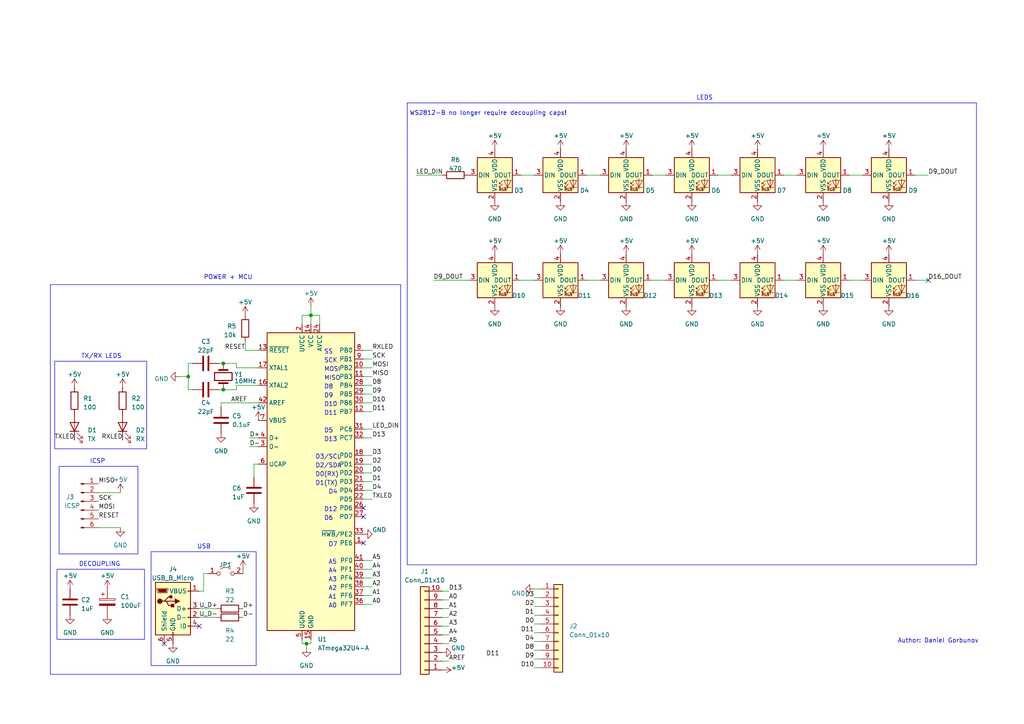
<source format=kicad_sch>
(kicad_sch (version 20231120) (generator "eeschema") (generator_version "8.0")
  (paper "A4")
  (title_block (title "IEEE - DIY LEDs") (date "2024-03-17") (rev "v1"))
  (lib_symbols
    (symbol "Connector:Conn_01x06_Pin" (pin_names (offset 1.016) hide)
      (property "Reference" "J" (at 0 7.62 0))
      (property "Value" "Conn_01x06_Pin" (at 0 -10.16 0))
      (symbol "Conn_01x06_Pin_1_1"
        (polyline (pts (xy 1.27 -7.62) (xy 0.8636 -7.62)) (stroke (width 0.1524)))
        (polyline (pts (xy 1.27 -5.08) (xy 0.8636 -5.08)) (stroke (width 0.1524)))
        (polyline (pts (xy 1.27 -2.54) (xy 0.8636 -2.54)) (stroke (width 0.1524)))
        (polyline (pts (xy 1.27 0) (xy 0.8636 0)) (stroke (width 0.1524)))
        (polyline (pts (xy 1.27 2.54) (xy 0.8636 2.54)) (stroke (width 0.1524)))
        (polyline (pts (xy 1.27 5.08) (xy 0.8636 5.08)) (stroke (width 0.1524)))
        (rectangle (start 0.8636 -7.493) (end 0 -7.747) (stroke (width 0.1524)) (fill (type outline)))
        (rectangle (start 0.8636 -4.953) (end 0 -5.207) (stroke (width 0.1524)) (fill (type outline)))
        (rectangle (start 0.8636 -2.413) (end 0 -2.667) (stroke (width 0.1524)) (fill (type outline)))
        (rectangle (start 0.8636 0.127) (end 0 -0.127) (stroke (width 0.1524)) (fill (type outline)))
        (rectangle (start 0.8636 2.667) (end 0 2.413) (stroke (width 0.1524)) (fill (type outline)))
        (rectangle (start 0.8636 5.207) (end 0 4.953) (stroke (width 0.1524)) (fill (type outline)))
        (pin passive line (at 5.08 5.08 180) (length 3.81) (name "Pin_1") (number "1"))
        (pin passive line (at 5.08 2.54 180) (length 3.81) (name "Pin_2") (number "2"))
        (pin passive line (at 5.08 0 180) (length 3.81) (name "Pin_3") (number "3"))
        (pin passive line (at 5.08 -2.54 180) (length 3.81) (name "Pin_4") (number "4"))
        (pin passive line (at 5.08 -5.08 180) (length 3.81) (name "Pin_5") (number "5"))
        (pin passive line (at 5.08 -7.62 180) (length 3.81) (name "Pin_6") (number "6"))
      )
    )
    (symbol "Connector:USB_B_Micro" (pin_names (offset 1.016))
      (property "Reference" "J" (at -5.08 11.43 0))
      (property "Value" "USB_B_Micro" (at -5.08 8.89 0))
      (symbol "USB_B_Micro_0_1"
        (rectangle (start -5.08 -7.62) (end 5.08 7.62) (stroke (width 0.254)) (fill (type background)))
        (circle (center -3.81 2.159) (radius 0.635) (stroke (width 0.254)) (fill (type outline)))
        (circle (center -0.635 3.429) (radius 0.381) (stroke (width 0.254)) (fill (type outline)))
        (rectangle (start -0.127 -7.62) (end 0.127 -6.858))
        (polyline (pts (xy -1.905 2.159) (xy 0.635 2.159)) (stroke (width 0.254)))
        (polyline (pts (xy -3.175 2.159) (xy -2.54 2.159) (xy -1.27 3.429) (xy -0.635 3.429)) (stroke (width 0.254)))
        (polyline (pts (xy -2.54 2.159) (xy -1.905 2.159) (xy -1.27 0.889) (xy 0 0.889)) (stroke (width 0.254)))
        (polyline (pts (xy 0.635 2.794) (xy 0.635 1.524) (xy 1.905 2.159) (xy 0.635 2.794)) (stroke (width 0.254)) (fill (type outline)))
        (polyline (pts (xy -4.318 5.588) (xy -1.778 5.588) (xy -2.032 4.826) (xy -4.064 4.826) (xy -4.318 5.588)) (fill (type outline)))
        (polyline (pts (xy -4.699 5.842) (xy -4.699 5.588) (xy -4.445 4.826) (xy -4.445 4.572) (xy -1.651 4.572) (xy -1.651 4.826) (xy -1.397 5.588) (xy -1.397 5.842) (xy -4.699 5.842)))
        (rectangle (start 0.254 1.27) (end -0.508 0.508) (stroke (width 0.254)) (fill (type outline)))
        (rectangle (start 5.08 -5.207) (end 4.318 -4.953))
        (rectangle (start 5.08 -2.667) (end 4.318 -2.413))
        (rectangle (start 5.08 -0.127) (end 4.318 0.127))
        (rectangle (start 5.08 4.953) (end 4.318 5.207))
      )
      (symbol "USB_B_Micro_1_1"
        (pin power_out line (at 7.62 5.08 180) (length 2.54) (name "VBUS") (number "1"))
        (pin bidirectional line (at 7.62 -2.54 180) (length 2.54) (name "D-") (number "2"))
        (pin bidirectional line (at 7.62 0 180) (length 2.54) (name "D+") (number "3"))
        (pin passive line (at 7.62 -5.08 180) (length 2.54) (name "ID") (number "4"))
        (pin power_out line (at 0 -10.16 90) (length 2.54) (name "GND") (number "5"))
        (pin passive line (at -2.54 -10.16 90) (length 2.54) (name "Shield") (number "6"))
      )
    )
    (symbol "Connector_Generic:Conn_01x10" (pin_names (offset 1.016) hide)
      (property "Reference" "J" (at 0 12.7 0))
      (property "Value" "Conn_01x10" (at 0 -15.24 0))
      (symbol "Conn_01x10_1_1"
        (rectangle (start -1.27 -12.573) (end 0 -12.827) (stroke (width 0.1524)))
        (rectangle (start -1.27 -10.033) (end 0 -10.287) (stroke (width 0.1524)))
        (rectangle (start -1.27 -7.493) (end 0 -7.747) (stroke (width 0.1524)))
        (rectangle (start -1.27 -4.953) (end 0 -5.207) (stroke (width 0.1524)))
        (rectangle (start -1.27 -2.413) (end 0 -2.667) (stroke (width 0.1524)))
        (rectangle (start -1.27 0.127) (end 0 -0.127) (stroke (width 0.1524)))
        (rectangle (start -1.27 2.667) (end 0 2.413) (stroke (width 0.1524)))
        (rectangle (start -1.27 5.207) (end 0 4.953) (stroke (width 0.1524)))
        (rectangle (start -1.27 7.747) (end 0 7.493) (stroke (width 0.1524)))
        (rectangle (start -1.27 10.287) (end 0 10.033) (stroke (width 0.1524)))
        (rectangle (start -1.27 11.43) (end 1.27 -13.97) (stroke (width 0.254)) (fill (type background)))
        (pin passive line (at -5.08 10.16 0) (length 3.81) (name "Pin_1") (number "1"))
        (pin passive line (at -5.08 -12.7 0) (length 3.81) (name "Pin_10") (number "10"))
        (pin passive line (at -5.08 7.62 0) (length 3.81) (name "Pin_2") (number "2"))
        (pin passive line (at -5.08 5.08 0) (length 3.81) (name "Pin_3") (number "3"))
        (pin passive line (at -5.08 2.54 0) (length 3.81) (name "Pin_4") (number "4"))
        (pin passive line (at -5.08 0 0) (length 3.81) (name "Pin_5") (number "5"))
        (pin passive line (at -5.08 -2.54 0) (length 3.81) (name "Pin_6") (number "6"))
        (pin passive line (at -5.08 -5.08 0) (length 3.81) (name "Pin_7") (number "7"))
        (pin passive line (at -5.08 -7.62 0) (length 3.81) (name "Pin_8") (number "8"))
        (pin passive line (at -5.08 -10.16 0) (length 3.81) (name "Pin_9") (number "9"))
      )
    )
    (symbol "Device:C" (pin_numbers hide) (pin_names (offset 0.254))
      (property "Reference" "C" (at 0.635 2.54 0))
      (property "Value" "C" (at 0.635 -2.54 0))
      (symbol "C_0_1"
        (polyline (pts (xy -2.032 -0.762) (xy 2.032 -0.762)) (stroke (width 0.508)))
        (polyline (pts (xy -2.032 0.762) (xy 2.032 0.762)) (stroke (width 0.508)))
      )
      (symbol "C_1_1"
        (pin passive line (at 0 3.81 270) (length 2.794) (name "~") (number "1"))
        (pin passive line (at 0 -3.81 90) (length 2.794) (name "~") (number "2"))
      )
    )
    (symbol "Device:C_Polarized" (pin_numbers hide) (pin_names (offset 0.254))
      (property "Reference" "C" (at 0.635 2.54 0))
      (property "Value" "C_Polarized" (at 0.635 -2.54 0))
      (symbol "C_Polarized_0_1"
        (rectangle (start -2.286 0.508) (end 2.286 1.016))
        (polyline (pts (xy -1.778 2.286) (xy -0.762 2.286)))
        (polyline (pts (xy -1.27 2.794) (xy -1.27 1.778)))
        (rectangle (start 2.286 -0.508) (end -2.286 -1.016) (fill (type outline)))
      )
      (symbol "C_Polarized_1_1"
        (pin passive line (at 0 3.81 270) (length 2.794) (name "~") (number "1"))
        (pin passive line (at 0 -3.81 90) (length 2.794) (name "~") (number "2"))
      )
    )
    (symbol "Device:Crystal" (pin_numbers hide) (pin_names (offset 1.016) hide)
      (property "Reference" "Y" (at 0 3.81 0))
      (property "Value" "Crystal" (at 0 -3.81 0))
      (symbol "Crystal_0_1"
        (rectangle (start -1.143 2.54) (end 1.143 -2.54) (stroke (width 0.3048)))
        (polyline (pts (xy -2.54 0) (xy -1.905 0)))
        (polyline (pts (xy -1.905 -1.27) (xy -1.905 1.27)) (stroke (width 0.508)))
        (polyline (pts (xy 1.905 -1.27) (xy 1.905 1.27)) (stroke (width 0.508)))
        (polyline (pts (xy 2.54 0) (xy 1.905 0)))
      )
      (symbol "Crystal_1_1"
        (pin passive line (at -3.81 0 0) (length 1.27) (name "1") (number "1"))
        (pin passive line (at 3.81 0 180) (length 1.27) (name "2") (number "2"))
      )
    )
    (symbol "Device:LED" (pin_numbers hide) (pin_names (offset 1.016) hide)
      (property "Reference" "D" (at 0 2.54 0))
      (property "Value" "LED" (at 0 -2.54 0))
      (symbol "LED_0_1"
        (polyline (pts (xy -1.27 -1.27) (xy -1.27 1.27)) (stroke (width 0.254)))
        (polyline (pts (xy -1.27 0) (xy 1.27 0)))
        (polyline (pts (xy 1.27 -1.27) (xy 1.27 1.27) (xy -1.27 0) (xy 1.27 -1.27)) (stroke (width 0.254)))
        (polyline (pts (xy -3.048 -0.762) (xy -4.572 -2.286) (xy -3.81 -2.286) (xy -4.572 -2.286) (xy -4.572 -1.524)))
        (polyline (pts (xy -1.778 -0.762) (xy -3.302 -2.286) (xy -2.54 -2.286) (xy -3.302 -2.286) (xy -3.302 -1.524)))
      )
      (symbol "LED_1_1"
        (pin passive line (at -3.81 0 0) (length 2.54) (name "K") (number "1"))
        (pin passive line (at 3.81 0 180) (length 2.54) (name "A") (number "2"))
      )
    )
    (symbol "Device:R" (pin_numbers hide) (pin_names (offset 0))
      (property "Reference" "R" (at 2.032 0 90))
      (property "Value" "R" (at 0 0 90))
      (symbol "R_0_1"
        (rectangle (start -1.016 -2.54) (end 1.016 2.54) (stroke (width 0.254)))
      )
      (symbol "R_1_1"
        (pin passive line (at 0 3.81 270) (length 1.27) (name "~") (number "1"))
        (pin passive line (at 0 -3.81 90) (length 1.27) (name "~") (number "2"))
      )
    )
    (symbol "Jumper:Jumper_2_Open" (pin_names (offset 0) hide)
      (property "Reference" "JP" (at 0 2.794 0))
      (property "Value" "Jumper_2_Open" (at 0 -2.286 0))
      (symbol "Jumper_2_Open_0_0"
        (circle (center -2.032 0) (radius 0.508))
        (circle (center 2.032 0) (radius 0.508))
      )
      (symbol "Jumper_2_Open_0_1"
        (arc (start 1.524 1.27) (mid 0 1.778) (end -1.524 1.27))
      )
      (symbol "Jumper_2_Open_1_1"
        (pin passive line (at -5.08 0 0) (length 2.54) (name "A") (number "1"))
        (pin passive line (at 5.08 0 180) (length 2.54) (name "B") (number "2"))
      )
    )
    (symbol "LED:SK6812MINI" (pin_names (offset 0.254))
      (property "Reference" "D" (at 5.08 5.715 0))
      (property "Value" "SK6812MINI" (at 1.27 -5.715 0))
      (symbol "SK6812MINI_0_0"
        (text "RGB" (at 2.286 -4.191 0) (effects (font (size 0.762 0.762))))
      )
      (symbol "SK6812MINI_0_1"
        (polyline (pts (xy 1.27 -3.556) (xy 1.778 -3.556)))
        (polyline (pts (xy 1.27 -2.54) (xy 1.778 -2.54)))
        (polyline (pts (xy 4.699 -3.556) (xy 2.667 -3.556)))
        (polyline (pts (xy 2.286 -2.54) (xy 1.27 -3.556) (xy 1.27 -3.048)))
        (polyline (pts (xy 2.286 -1.524) (xy 1.27 -2.54) (xy 1.27 -2.032)))
        (polyline (pts (xy 3.683 -1.016) (xy 3.683 -3.556) (xy 3.683 -4.064)))
        (polyline (pts (xy 4.699 -1.524) (xy 2.667 -1.524) (xy 3.683 -3.556) (xy 4.699 -1.524)))
        (rectangle (start 5.08 5.08) (end -5.08 -5.08) (stroke (width 0.254)) (fill (type background)))
      )
      (symbol "SK6812MINI_1_1"
        (pin output line (at 7.62 0 180) (length 2.54) (name "DOUT") (number "1"))
        (pin power_in line (at 0 -7.62 90) (length 2.54) (name "VSS") (number "2"))
        (pin input line (at -7.62 0 0) (length 2.54) (name "DIN") (number "3"))
        (pin power_in line (at 0 7.62 270) (length 2.54) (name "VDD") (number "4"))
      )
    )
    (symbol "MCU_Microchip_ATmega:ATmega32U4-A"
      (property "Reference" "U" (at -12.7 44.45 0))
      (property "Value" "ATmega32U4-A" (at 2.54 -44.45 0))
      (symbol "ATmega32U4-A_0_1"
        (rectangle (start -12.7 -43.18) (end 12.7 43.18) (stroke (width 0.254)) (fill (type background)))
      )
      (symbol "ATmega32U4-A_1_1"
        (pin bidirectional line (at 15.24 -17.78 180) (length 2.54) (name "PE6") (number "1"))
        (pin bidirectional line (at 15.24 33.02 180) (length 2.54) (name "PB2") (number "10"))
        (pin bidirectional line (at 15.24 30.48 180) (length 2.54) (name "PB3") (number "11"))
        (pin bidirectional line (at 15.24 20.32 180) (length 2.54) (name "PB7") (number "12"))
        (pin input line (at -15.24 38.1 0) (length 2.54) (name "~{RESET}") (number "13"))
        (pin power_in line (at 0 45.72 270) (length 2.54) (name "VCC") (number "14"))
        (pin power_in line (at 0 -45.72 90) (length 2.54) (name "GND") (number "15"))
        (pin output line (at -15.24 27.94 0) (length 2.54) (name "XTAL2") (number "16"))
        (pin input line (at -15.24 33.02 0) (length 2.54) (name "XTAL1") (number "17"))
        (pin bidirectional line (at 15.24 7.62 180) (length 2.54) (name "PD0") (number "18"))
        (pin bidirectional line (at 15.24 5.08 180) (length 2.54) (name "PD1") (number "19"))
        (pin power_in line (at -2.54 45.72 270) (length 2.54) (name "UVCC") (number "2"))
        (pin bidirectional line (at 15.24 2.54 180) (length 2.54) (name "PD2") (number "20"))
        (pin bidirectional line (at 15.24 0 180) (length 2.54) (name "PD3") (number "21"))
        (pin bidirectional line (at 15.24 -5.08 180) (length 2.54) (name "PD5") (number "22"))
        (pin passive line (at 0 -45.72 90) (length 2.54) hide (name "GND") (number "23"))
        (pin power_in line (at 2.54 45.72 270) (length 2.54) (name "AVCC") (number "24"))
        (pin bidirectional line (at 15.24 -2.54 180) (length 2.54) (name "PD4") (number "25"))
        (pin bidirectional line (at 15.24 -7.62 180) (length 2.54) (name "PD6") (number "26"))
        (pin bidirectional line (at 15.24 -10.16 180) (length 2.54) (name "PD7") (number "27"))
        (pin bidirectional line (at 15.24 27.94 180) (length 2.54) (name "PB4") (number "28"))
        (pin bidirectional line (at 15.24 25.4 180) (length 2.54) (name "PB5") (number "29"))
        (pin bidirectional line (at -15.24 10.16 0) (length 2.54) (name "D-") (number "3"))
        (pin bidirectional line (at 15.24 22.86 180) (length 2.54) (name "PB6") (number "30"))
        (pin bidirectional line (at 15.24 15.24 180) (length 2.54) (name "PC6") (number "31"))
        (pin bidirectional line (at 15.24 12.7 180) (length 2.54) (name "PC7") (number "32"))
        (pin bidirectional line (at 15.24 -15.24 180) (length 2.54) (name "~{HWB}/PE2") (number "33"))
        (pin passive line (at 0 45.72 270) (length 2.54) hide (name "VCC") (number "34"))
        (pin passive line (at 0 -45.72 90) (length 2.54) hide (name "GND") (number "35"))
        (pin bidirectional line (at 15.24 -35.56 180) (length 2.54) (name "PF7") (number "36"))
        (pin bidirectional line (at 15.24 -33.02 180) (length 2.54) (name "PF6") (number "37"))
        (pin bidirectional line (at 15.24 -30.48 180) (length 2.54) (name "PF5") (number "38"))
        (pin bidirectional line (at 15.24 -27.94 180) (length 2.54) (name "PF4") (number "39"))
        (pin bidirectional line (at -15.24 12.7 0) (length 2.54) (name "D+") (number "4"))
        (pin bidirectional line (at 15.24 -25.4 180) (length 2.54) (name "PF1") (number "40"))
        (pin bidirectional line (at 15.24 -22.86 180) (length 2.54) (name "PF0") (number "41"))
        (pin passive line (at -15.24 22.86 0) (length 2.54) (name "AREF") (number "42"))
        (pin passive line (at 0 -45.72 90) (length 2.54) hide (name "GND") (number "43"))
        (pin passive line (at 2.54 45.72 270) (length 2.54) hide (name "AVCC") (number "44"))
        (pin passive line (at -2.54 -45.72 90) (length 2.54) (name "UGND") (number "5"))
        (pin passive line (at -15.24 5.08 0) (length 2.54) (name "UCAP") (number "6"))
        (pin input line (at -15.24 17.78 0) (length 2.54) (name "VBUS") (number "7"))
        (pin bidirectional line (at 15.24 38.1 180) (length 2.54) (name "PB0") (number "8"))
        (pin bidirectional line (at 15.24 35.56 180) (length 2.54) (name "PB1") (number "9"))
      )
    )
    (symbol "power:+5V" (power) (pin_names (offset 0))
      (property "Value" "+5V" (at 0 3.556 0))
      (symbol "+5V_0_1"
        (polyline (pts (xy -0.762 1.27) (xy 0 2.54)))
        (polyline (pts (xy 0 0) (xy 0 2.54)))
        (polyline (pts (xy 0 2.54) (xy 0.762 1.27)))
      )
      (symbol "+5V_1_1"
        (pin power_in line (at 0 0 90) (length 0) hide (name "+5V") (number "1"))
      )
    )
    (symbol "power:GND" (power) (pin_names (offset 0))
      (property "Value" "GND" (at 0 -3.81 0))
      (symbol "GND_0_1"
        (polyline (pts (xy 0 0) (xy 0 -1.27) (xy 1.27 -1.27) (xy 0 -2.54) (xy -1.27 -1.27) (xy 0 -1.27)))
      )
      (symbol "GND_1_1"
        (pin power_in line (at 0 0 270) (length 0) hide (name "GND") (number "1"))
      )
    )
  )
  (junction (at 54.61 109.22))
  (junction (at 64.77 105.41))
  (junction (at 90.17 91.44))
  (junction (at 64.77 113.03))
  (junction (at 88.9 186.69))
  (no_connect (at 105.41 157.48))
  (no_connect (at 105.41 149.86))
  (no_connect (at 57.785 181.61))
  (no_connect (at 105.41 147.32))
  (no_connect (at 47.625 186.69))
  (no_connect (at 269.24 81.28))
  (wire (pts (xy 128.27 171.45) (xy 130.175 171.45)))
  (wire (pts (xy 105.41 137.16) (xy 107.95 137.16)))
  (wire (pts (xy 154.94 186.055) (xy 156.845 186.055)))
  (wire (pts (xy 105.41 132.08) (xy 107.95 132.08)))
  (wire (pts (xy 63.5 105.41) (xy 64.77 105.41)))
  (wire (pts (xy 105.41 116.84) (xy 107.95 116.84)))
  (wire (pts (xy 227.33 50.8) (xy 231.14 50.8)))
  (wire (pts (xy 154.94 188.595) (xy 156.845 188.595)))
  (wire (pts (xy 105.41 101.6) (xy 107.95 101.6)))
  (wire (pts (xy 63.5 113.03) (xy 64.77 113.03)))
  (wire (pts (xy 87.63 185.42) (xy 87.63 186.69)))
  (wire (pts (xy 64.135 116.84) (xy 74.93 116.84)))
  (wire (pts (xy 128.27 184.15) (xy 130.175 184.15)))
  (wire (pts (xy 68.58 111.76) (xy 68.58 113.03)))
  (wire (pts (xy 105.41 104.14) (xy 107.95 104.14)))
  (wire (pts (xy 105.41 111.76) (xy 107.95 111.76)))
  (wire (pts (xy 105.41 167.64) (xy 107.95 167.64)))
  (wire (pts (xy 107.95 106.68) (xy 105.41 106.68)))
  (wire (pts (xy 128.27 186.69) (xy 130.175 186.69)))
  (wire (pts (xy 105.41 124.46) (xy 107.95 124.46)))
  (wire (pts (xy 105.41 134.62) (xy 107.95 134.62)))
  (wire (pts (xy 74.93 106.68) (xy 68.58 106.68)))
  (wire (pts (xy 54.61 113.03) (xy 55.88 113.03)))
  (wire (pts (xy 128.27 173.99) (xy 130.175 173.99)))
  (wire (pts (xy 189.23 81.28) (xy 193.04 81.28)))
  (wire (pts (xy 154.94 191.135) (xy 156.845 191.135)))
  (wire (pts (xy 128.27 191.77) (xy 130.175 191.77)))
  (wire (pts (xy 59.055 166.37) (xy 59.055 171.45)))
  (wire (pts (xy 54.61 105.41) (xy 54.61 109.22)))
  (wire (pts (xy 170.18 81.28) (xy 173.99 81.28)))
  (wire (pts (xy 105.41 175.26) (xy 107.95 175.26)))
  (wire (pts (xy 34.925 153.035) (xy 28.575 153.035)))
  (wire (pts (xy 105.41 127) (xy 107.95 127)))
  (wire (pts (xy 105.41 165.1) (xy 107.95 165.1)))
  (wire (pts (xy 90.17 186.69) (xy 88.9 186.69)))
  (wire (pts (xy 105.41 142.24) (xy 107.95 142.24)))
  (wire (pts (xy 72.39 127) (xy 74.93 127)))
  (wire (pts (xy 208.28 81.28) (xy 212.09 81.28)))
  (wire (pts (xy 73.66 134.62) (xy 74.93 134.62)))
  (wire (pts (xy 105.41 144.78) (xy 107.95 144.78)))
  (wire (pts (xy 59.055 171.45) (xy 57.785 171.45)))
  (wire (pts (xy 68.58 105.41) (xy 64.77 105.41)))
  (wire (pts (xy 62.865 176.53) (xy 57.785 176.53)))
  (wire (pts (xy 120.65 50.8) (xy 128.27 50.8)))
  (wire (pts (xy 68.58 113.03) (xy 64.77 113.03)))
  (wire (pts (xy 90.17 91.44) (xy 90.17 88.9)))
  (wire (pts (xy 62.865 179.07) (xy 57.785 179.07)))
  (wire (pts (xy 154.94 170.815) (xy 156.845 170.815)))
  (wire (pts (xy 105.41 172.72) (xy 107.95 172.72)))
  (wire (pts (xy 87.63 186.69) (xy 88.9 186.69)))
  (wire (pts (xy 68.58 106.68) (xy 68.58 105.41)))
  (wire (pts (xy 154.94 193.675) (xy 156.845 193.675)))
  (wire (pts (xy 265.43 81.28) (xy 269.24 81.28)))
  (wire (pts (xy 90.17 91.44) (xy 90.17 93.98)))
  (wire (pts (xy 151.13 81.28) (xy 154.94 81.28)))
  (wire (pts (xy 154.94 180.975) (xy 156.845 180.975)))
  (wire (pts (xy 92.71 93.98) (xy 92.71 91.44)))
  (wire (pts (xy 105.41 119.38) (xy 107.95 119.38)))
  (wire (pts (xy 208.28 50.8) (xy 212.09 50.8)))
  (wire (pts (xy 105.41 170.18) (xy 107.95 170.18)))
  (wire (pts (xy 87.63 91.44) (xy 90.17 91.44)))
  (wire (pts (xy 151.13 50.8) (xy 154.94 50.8)))
  (wire (pts (xy 72.39 129.54) (xy 74.93 129.54)))
  (wire (pts (xy 71.12 99.06) (xy 71.12 101.6)))
  (wire (pts (xy 70.485 165.1) (xy 70.485 166.37)))
  (wire (pts (xy 128.27 179.07) (xy 130.175 179.07)))
  (wire (pts (xy 88.9 186.69) (xy 88.9 187.96)))
  (wire (pts (xy 71.12 101.6) (xy 74.93 101.6)))
  (wire (pts (xy 60.325 166.37) (xy 59.055 166.37)))
  (wire (pts (xy 128.27 176.53) (xy 130.175 176.53)))
  (wire (pts (xy 189.23 50.8) (xy 193.04 50.8)))
  (wire (pts (xy 105.41 114.3) (xy 107.95 114.3)))
  (wire (pts (xy 54.61 109.22) (xy 52.07 109.22)))
  (wire (pts (xy 246.38 81.28) (xy 250.19 81.28)))
  (wire (pts (xy 246.38 50.8) (xy 250.19 50.8)))
  (wire (pts (xy 265.43 50.8) (xy 269.24 50.8)))
  (wire (pts (xy 154.94 175.895) (xy 156.845 175.895)))
  (wire (pts (xy 34.925 142.875) (xy 28.575 142.875)))
  (wire (pts (xy 105.41 109.22) (xy 107.95 109.22)))
  (wire (pts (xy 128.27 181.61) (xy 130.175 181.61)))
  (wire (pts (xy 54.61 109.22) (xy 54.61 113.03)))
  (wire (pts (xy 125.73 81.28) (xy 135.89 81.28)))
  (wire (pts (xy 64.135 116.84) (xy 64.135 118.11)))
  (wire (pts (xy 154.94 183.515) (xy 156.845 183.515)))
  (wire (pts (xy 105.41 162.56) (xy 107.95 162.56)))
  (wire (pts (xy 170.18 50.8) (xy 173.99 50.8)))
  (wire (pts (xy 92.71 91.44) (xy 90.17 91.44)))
  (wire (pts (xy 90.17 185.42) (xy 90.17 186.69)))
  (wire (pts (xy 54.61 105.41) (xy 55.88 105.41)))
  (wire (pts (xy 227.33 81.28) (xy 231.14 81.28)))
  (wire (pts (xy 154.94 173.355) (xy 156.845 173.355)))
  (wire (pts (xy 74.93 111.76) (xy 68.58 111.76)))
  (wire (pts (xy 154.94 178.435) (xy 156.845 178.435)))
  (wire (pts (xy 105.41 139.7) (xy 107.95 139.7)))
  (wire (pts (xy 73.66 138.43) (xy 73.66 134.62)))
  (wire (pts (xy 87.63 93.98) (xy 87.63 91.44)))
  (rectangle (start 118.11 29.845) (end 283.21 163.83))
  (rectangle (start 15.875 104.775) (end 42.545 130.175))
  (rectangle (start 14.605 82.55) (end 116.205 195.58))
  (rectangle (start 16.51 165.1) (end 41.91 185.42))
  (rectangle (start 17.145 135.255) (end 40.005 160.655))
  (rectangle (start 43.815 160.02) (end 74.295 193.04))
  (text "MOSI" (at 93.98 107.95 0) (effects (font (size 1.27 1.27)) (justify left bottom)))
  (text "D4" (at 95.25 143.51 0) (effects (font (size 1.27 1.27)) (justify left bottom)))
  (text "A4" (at 95.25 166.37 0) (effects (font (size 1.27 1.27)) (justify left bottom)))
  (text "D2/SDA" (at 91.44 135.89 0) (effects (font (size 1.27 1.27)) (justify left bottom)))
  (text "LEDS" (at 201.93 29.21 0) (effects (font (size 1.27 1.27)) (justify left bottom)))
  (text "D8" (at 93.98 113.03 0) (effects (font (size 1.27 1.27)) (justify left bottom)))
  (text "D11" (at 93.98 120.65 0) (effects (font (size 1.27 1.27)) (justify left bottom)))
  (text "D3/SCL" (at 91.44 133.35 0) (effects (font (size 1.27 1.27)) (justify left bottom)))
  (text "USB" (at 57.15 159.385 0) (effects (font (size 1.27 1.27)) (justify left bottom)))
  (text "D9" (at 93.98 115.57 0) (effects (font (size 1.27 1.27)) (justify left bottom)))
  (text "A2" (at 95.25 171.45 0) (effects (font (size 1.27 1.27)) (justify left bottom)))
  (text "DECOUPLING" (at 22.86 164.465 0) (effects (font (size 1.27 1.27)) (justify left bottom)))
  (text "D6" (at 93.98 151.13 0) (effects (font (size 1.27 1.27)) (justify left bottom)))
  (text "D1(TX)" (at 91.44 140.97 0) (effects (font (size 1.27 1.27)) (justify left bottom)))
  (text "A1" (at 95.25 173.99 0) (effects (font (size 1.27 1.27)) (justify left bottom)))
  (text "D13" (at 93.98 128.27 0) (effects (font (size 1.27 1.27)) (justify left bottom)))
  (text "D5" (at 93.98 125.73 0) (effects (font (size 1.27 1.27)) (justify left bottom)))
  (text "A0" (at 95.25 176.53 0) (effects (font (size 1.27 1.27)) (justify left bottom)))
  (text "WS2812-B no longer require decoupling caps!" (at 118.745 33.655 0) (effects (font (size 1.27 1.27)) (justify left bottom)))
  (text "Author: Daniel Gorbunov" (at 260.35 186.69 0) (effects (font (size 1.27 1.27)) (justify left bottom)))
  (text "MISO" (at 93.98 110.49 0) (effects (font (size 1.27 1.27)) (justify left bottom)))
  (text "D10" (at 93.98 118.11 0) (effects (font (size 1.27 1.27)) (justify left bottom)))
  (text "SS" (at 93.98 102.87 0) (effects (font (size 1.27 1.27)) (justify left bottom)))
  (text "A5" (at 95.25 163.83 0) (effects (font (size 1.27 1.27)) (justify left bottom)))
  (text "A3" (at 95.25 168.91 0) (effects (font (size 1.27 1.27)) (justify left bottom)))
  (text "POWER + MCU" (at 59.055 81.28 0) (effects (font (size 1.27 1.27)) (justify left bottom)))
  (text "TX/RX LEDS" (at 23.495 104.14 0) (effects (font (size 1.27 1.27)) (justify left bottom)))
  (text "ICSP" (at 26.035 134.62 0) (effects (font (size 1.27 1.27)) (justify left bottom)))
  (text "SCK" (at 93.98 105.41 0) (effects (font (size 1.27 1.27)) (justify left bottom)))
  (text "D12" (at 93.98 148.59 0) (effects (font (size 1.27 1.27)) (justify left bottom)))
  (text "D0(RX)" (at 91.44 138.43 0) (effects (font (size 1.27 1.27)) (justify left bottom)))
  (text "D7" (at 95.25 158.75 0) (effects (font (size 1.27 1.27)) (justify left bottom)))
  (label "A3" (at 130.175 181.61 0))
  (label "A5" (at 107.95 162.56 0))
  (label "A2" (at 130.175 179.07 0))
  (label "A4" (at 107.95 165.1 0))
  (label "D0" (at 154.94 180.975 180))
  (label "SCK" (at 107.95 104.14 0))
  (label "TXLED" (at 21.59 127.635 180))
  (label "D-" (at 72.39 129.54 0))
  (label "D1" (at 107.95 139.7 0))
  (label "AREF" (at 71.755 116.84 180))
  (label "A0" (at 107.95 175.26 0))
  (label "D2" (at 107.95 134.62 0))
  (label "LED_DIN" (at 107.95 124.46 0))
  (label "D13" (at 130.175 171.45 0))
  (label "D16_DOUT" (at 269.24 81.28 0))
  (label "SCK" (at 28.575 145.415 0))
  (label "U_D-" (at 57.785 179.07 0))
  (label "LED_DIN" (at 120.65 50.8 0))
  (label "RXLED" (at 35.56 127.635 180))
  (label "D10" (at 107.95 116.84 0))
  (label "RESET" (at 71.12 101.6 180))
  (label "D11" (at 140.97 190.5 0))
  (label "D2" (at 154.94 175.895 180))
  (label "A2" (at 107.95 170.18 0))
  (label "D3" (at 154.94 173.355 180))
  (label "D1" (at 154.94 178.435 180))
  (label "D0" (at 107.95 137.16 0))
  (label "A5" (at 130.175 186.69 0))
  (label "D4" (at 107.95 142.24 0))
  (label "D13" (at 107.95 127 0))
  (label "A1" (at 130.175 176.53 0))
  (label "D9" (at 107.95 114.3 0))
  (label "D8" (at 154.94 188.595 180))
  (label "D-" (at 70.485 179.07 0))
  (label "MOSI" (at 28.575 147.955 0))
  (label "D3" (at 107.95 132.08 0))
  (label "A4" (at 130.175 184.15 0))
  (label "TXLED" (at 107.95 144.78 0))
  (label "D10" (at 154.94 193.675 180))
  (label "RXLED" (at 107.95 101.6 0))
  (label "D+" (at 70.485 176.53 0))
  (label "A0" (at 130.175 173.99 0))
  (label "D11" (at 154.94 183.515 180))
  (label "A1" (at 107.95 172.72 0))
  (label "RESET" (at 28.575 150.495 0))
  (label "MISO" (at 107.95 109.22 0))
  (label "D9_DOUT" (at 125.73 81.28 0))
  (label "MISO" (at 28.575 140.335 0))
  (label "D+" (at 72.39 127 0))
  (label "D9_DOUT" (at 269.24 50.8 0))
  (label "MOSI" (at 107.95 106.68 0))
  (label "D4" (at 154.94 186.055 180))
  (label "U_D+" (at 57.785 176.53 0))
  (label "D9" (at 154.94 191.135 180))
  (label "D11" (at 107.95 119.38 0))
  (label "A3" (at 107.95 167.64 0))
  (label "AREF" (at 130.175 191.77 0))
  (label "D8" (at 107.95 111.76 0))
  (symbol (lib_id "power:+5V") (at 70.485 165.1 0) (unit 1)
    (property "Reference" "#PWR016" (effects (hide yes)))
    (property "Value" "+5V" (at 70.485 161.29 0))
  )
  (symbol (lib_id "power:GND") (at 162.56 58.42 0) (unit 1)
    (property "Reference" "#PWR024" (effects (hide yes)))
    (property "Value" "GND" (at 162.56 63.5 0))
  )
  (symbol (lib_id "power:+5V") (at 74.93 121.92 0) (unit 1)
    (property "Reference" "#PWR017" (effects (hide yes)))
    (property "Value" "+5V" (at 74.93 118.11 0))
  )
  (symbol (lib_id "Device:R") (at 66.675 179.07 270) (unit 1)
    (property "Reference" "R4" (at 66.675 182.88 90))
    (property "Value" "22" (at 66.675 185.42 90))
    (property "Footprint" "Resistor_SMD:R_0805_2012Metric_Pad1.20x1.40mm_HandSolder" (effects (hide yes)))
  )
  (symbol (lib_id "power:+5V") (at 181.61 43.18 0) (unit 1)
    (property "Reference" "#PWR03" (effects (hide yes)))
    (property "Value" "+5V" (at 181.61 39.37 0))
  )
  (symbol (lib_id "power:GND") (at 73.66 146.05 0) (unit 1)
    (property "Reference" "#PWR015" (effects (hide yes)))
    (property "Value" "GND" (at 73.66 151.13 0))
  )
  (symbol (lib_id "LED:SK6812MINI") (at 143.51 50.8 0) (unit 1)
    (property "Reference" "D3" (at 150.495 55.245 0))
    (property "Value" "SK6812MINI" (effects (hide yes)))
    (property "Footprint" "LED_SMD:LED_SK6812MINI_PLCC4_3.5x3.5mm_P1.75mm" (effects (hide yes)))
    (property "Datasheet" "https://cdn-shop.adafruit.com/product-files/2686/SK6812MINI_REV.01-1-2.pdf" (effects (hide yes)))
  )
  (symbol (lib_id "power:+5V") (at 143.51 73.66 0) (unit 1)
    (property "Reference" "#PWR031" (effects (hide yes)))
    (property "Value" "+5V" (at 143.51 69.85 0))
  )
  (symbol (lib_id "power:+5V") (at 90.17 88.9 0) (unit 1)
    (property "Reference" "#PWR046" (effects (hide yes)))
    (property "Value" "+5V" (at 90.17 85.09 0))
  )
  (symbol (lib_id "power:GND") (at 162.56 88.9 0) (unit 1)
    (property "Reference" "#PWR034" (effects (hide yes)))
    (property "Value" "GND" (at 162.56 93.98 0))
  )
  (symbol (lib_id "MCU_Microchip_ATmega:ATmega32U4-A") (at 90.17 139.7 0) (unit 1)
    (property "Reference" "U1" (at 92.1259 185.42 0) (effects (justify left)))
    (property "Value" "ATmega32U4-A" (at 92.1259 187.96 0) (effects (justify left)))
    (property "Footprint" "Package_QFP:TQFP-44_10x10mm_P0.8mm" (effects (hide yes)))
    (property "Datasheet" "http://ww1.microchip.com/downloads/en/DeviceDoc/Atmel-7766-8-bit-AVR-ATmega16U4-32U4_Datasheet.pdf" (effects (hide yes)))
  )
  (symbol (lib_id "LED:SK6812MINI") (at 257.81 50.8 0) (unit 1)
    (property "Reference" "D9" (at 264.795 55.245 0))
    (property "Value" "SK6812MINI" (effects (hide yes)))
    (property "Footprint" "LED_SMD:LED_SK6812MINI_PLCC4_3.5x3.5mm_P1.75mm" (effects (hide yes)))
    (property "Datasheet" "https://cdn-shop.adafruit.com/product-files/2686/SK6812MINI_REV.01-1-2.pdf" (effects (hide yes)))
  )
  (symbol (lib_id "Device:R") (at 66.675 176.53 270) (unit 1)
    (property "Reference" "R3" (at 66.675 171.45 90))
    (property "Value" "22" (at 66.675 173.99 90))
    (property "Footprint" "Resistor_SMD:R_0805_2012Metric_Pad1.20x1.40mm_HandSolder" (effects (hide yes)))
  )
  (symbol (lib_id "power:+5V") (at 238.76 73.66 0) (unit 1)
    (property "Reference" "#PWR041" (effects (hide yes)))
    (property "Value" "+5V" (at 238.76 69.85 0))
  )
  (symbol (lib_id "Device:LED") (at 21.59 123.825 90) (unit 1)
    (property "Reference" "D1" (at 25.4 124.7775 90) (effects (justify right)))
    (property "Value" "TX" (at 25.4 127.3175 90) (effects (justify right)))
    (property "Footprint" "LED_SMD:LED_0805_2012Metric_Pad1.15x1.40mm_HandSolder" (effects (hide yes)))
  )
  (symbol (lib_id "Connector:Conn_01x06_Pin") (at 23.495 145.415 0) (unit 1)
    (property "Reference" "J3" (at 20.32 144.145 0))
    (property "Value" "ICSP" (at 20.955 146.685 0))
    (property "Footprint" "Connector_PinHeader_2.54mm:PinHeader_2x03_P2.54mm_Vertical" (effects (hide yes)))
  )
  (symbol (lib_id "power:GND") (at 257.81 88.9 0) (unit 1)
    (property "Reference" "#PWR044" (effects (hide yes)))
    (property "Value" "GND" (at 257.81 93.98 0))
  )
  (symbol (lib_id "power:GND") (at 20.32 178.435 0) (unit 1)
    (property "Reference" "#PWR08" (effects (hide yes)))
    (property "Value" "GND" (at 20.32 183.515 0))
  )
  (symbol (lib_id "power:+5V") (at 35.56 112.395 0) (unit 1)
    (property "Reference" "#PWR06" (effects (hide yes)))
    (property "Value" "+5V" (at 35.56 108.585 0))
  )
  (symbol (lib_id "Connector_Generic:Conn_01x10") (at 161.925 180.975 0) (unit 1)
    (property "Reference" "J2" (at 165.1 181.61 0) (effects (justify left)))
    (property "Value" "Conn_01x10" (at 165.1 184.15 0) (effects (justify left)))
    (property "Footprint" "Connector_PinHeader_2.54mm:PinHeader_1x10_P2.54mm_Vertical" (effects (hide yes)))
  )
  (symbol (lib_id "LED:SK6812MINI") (at 143.51 81.28 0) (unit 1)
    (property "Reference" "D10" (at 150.495 85.725 0))
    (property "Value" "SK6812MINI" (effects (hide yes)))
    (property "Footprint" "LED_SMD:LED_SK6812MINI_PLCC4_3.5x3.5mm_P1.75mm" (effects (hide yes)))
    (property "Datasheet" "https://cdn-shop.adafruit.com/product-files/2686/SK6812MINI_REV.01-1-2.pdf" (effects (hide yes)))
  )
  (symbol (lib_id "Device:C") (at 73.66 142.24 0) (unit 1)
    (property "Reference" "C6" (at 67.31 141.605 0) (effects (justify left)))
    (property "Value" "1uF" (at 67.31 144.145 0) (effects (justify left)))
    (property "Footprint" "Capacitor_SMD:C_0805_2012Metric_Pad1.18x1.45mm_HandSolder" (effects (hide yes)))
  )
  (symbol (lib_id "power:+5V") (at 200.66 43.18 0) (unit 1)
    (property "Reference" "#PWR05" (effects (hide yes)))
    (property "Value" "+5V" (at 200.66 39.37 0))
  )
  (symbol (lib_id "power:GND") (at 52.07 109.22 270) (unit 1)
    (property "Reference" "#PWR09" (effects (hide yes)))
    (property "Value" "GND" (at 48.895 109.855 90) (effects (justify right)))
  )
  (symbol (lib_id "Device:Crystal") (at 64.77 109.22 270) (unit 1)
    (property "Reference" "Y1" (at 67.945 108.585 90) (effects (justify left)))
    (property "Value" "16MHz" (at 67.945 110.49 90) (effects (justify left)))
    (property "Footprint" "Crystal:Crystal_SMD_5032-2Pin_5.0x3.2mm" (effects (hide yes)))
  )
  (symbol (lib_id "power:+5V") (at 162.56 73.66 0) (unit 1)
    (property "Reference" "#PWR033" (effects (hide yes)))
    (property "Value" "+5V" (at 162.56 69.85 0))
  )
  (symbol (lib_id "power:+5V") (at 34.925 142.875 0) (unit 1)
    (property "Reference" "#PWR011" (effects (hide yes)))
    (property "Value" "+5V" (at 34.925 139.065 0))
  )
  (symbol (lib_id "Device:LED") (at 35.56 123.825 90) (unit 1)
    (property "Reference" "D2" (at 39.37 124.7775 90) (effects (justify right)))
    (property "Value" "RX" (at 39.37 127.3175 90) (effects (justify right)))
    (property "Footprint" "LED_SMD:LED_0805_2012Metric_Pad1.15x1.40mm_HandSolder" (effects (hide yes)))
  )
  (symbol (lib_id "Device:C") (at 20.32 174.625 0) (unit 1)
    (property "Reference" "C2" (at 23.495 173.99 0) (effects (justify left)))
    (property "Value" "1uF" (at 23.495 176.53 0) (effects (justify left)))
    (property "Footprint" "Capacitor_SMD:C_0805_2012Metric_Pad1.18x1.45mm_HandSolder" (effects (hide yes)))
  )
  (symbol (lib_id "LED:SK6812MINI") (at 257.81 81.28 0) (unit 1)
    (property "Reference" "D16" (at 264.795 85.725 0))
    (property "Value" "SK6812MINI" (effects (hide yes)))
    (property "Footprint" "LED_SMD:LED_SK6812MINI_PLCC4_3.5x3.5mm_P1.75mm" (effects (hide yes)))
    (property "Datasheet" "https://cdn-shop.adafruit.com/product-files/2686/SK6812MINI_REV.01-1-2.pdf" (effects (hide yes)))
  )
  (symbol (lib_id "Device:R") (at 132.08 50.8 90) (unit 1)
    (property "Reference" "R6" (at 132.08 46.355 90))
    (property "Value" "470" (at 132.08 48.895 90))
    (property "Footprint" "Resistor_SMD:R_0805_2012Metric_Pad1.20x1.40mm_HandSolder" (effects (hide yes)))
  )
  (symbol (lib_id "power:+5V") (at 128.27 194.31 270) (unit 1)
    (property "Reference" "#PWR047" (effects (hide yes)))
    (property "Value" "+5V" (at 130.81 193.675 90) (effects (justify left)))
  )
  (symbol (lib_id "power:+5V") (at 200.66 73.66 0) (unit 1)
    (property "Reference" "#PWR037" (effects (hide yes)))
    (property "Value" "+5V" (at 200.66 69.85 0))
  )
  (symbol (lib_id "LED:SK6812MINI") (at 162.56 81.28 0) (unit 1)
    (property "Reference" "D11" (at 169.545 85.725 0))
    (property "Value" "SK6812MINI" (effects (hide yes)))
    (property "Footprint" "LED_SMD:LED_SK6812MINI_PLCC4_3.5x3.5mm_P1.75mm" (effects (hide yes)))
    (property "Datasheet" "https://cdn-shop.adafruit.com/product-files/2686/SK6812MINI_REV.01-1-2.pdf" (effects (hide yes)))
  )
  (symbol (lib_id "power:GND") (at 34.925 153.035 0) (unit 1)
    (property "Reference" "#PWR012" (effects (hide yes)))
    (property "Value" "GND" (at 34.925 158.115 0))
  )
  (symbol (lib_id "LED:SK6812MINI") (at 162.56 50.8 0) (unit 1)
    (property "Reference" "D4" (at 169.545 55.245 0))
    (property "Value" "SK6812MINI" (effects (hide yes)))
    (property "Footprint" "LED_SMD:LED_SK6812MINI_PLCC4_3.5x3.5mm_P1.75mm" (effects (hide yes)))
    (property "Datasheet" "https://cdn-shop.adafruit.com/product-files/2686/SK6812MINI_REV.01-1-2.pdf" (effects (hide yes)))
  )
  (symbol (lib_id "power:GND") (at 219.71 88.9 0) (unit 1)
    (property "Reference" "#PWR040" (effects (hide yes)))
    (property "Value" "GND" (at 219.71 93.98 0))
  )
  (symbol (lib_id "power:GND") (at 105.41 154.94 90) (unit 1)
    (property "Reference" "#PWR020" (effects (hide yes)))
    (property "Value" "GND" (at 107.95 153.67 90) (effects (justify right)))
  )
  (symbol (lib_id "power:GND") (at 219.71 58.42 0) (unit 1)
    (property "Reference" "#PWR026" (effects (hide yes)))
    (property "Value" "GND" (at 219.71 63.5 0))
  )
  (symbol (lib_id "LED:SK6812MINI") (at 200.66 50.8 0) (unit 1)
    (property "Reference" "D6" (at 207.645 55.245 0))
    (property "Value" "SK6812MINI" (effects (hide yes)))
    (property "Footprint" "LED_SMD:LED_SK6812MINI_PLCC4_3.5x3.5mm_P1.75mm" (effects (hide yes)))
    (property "Datasheet" "https://cdn-shop.adafruit.com/product-files/2686/SK6812MINI_REV.01-1-2.pdf" (effects (hide yes)))
  )
  (symbol (lib_id "Device:R") (at 35.56 116.205 180) (unit 1)
    (property "Reference" "R2" (at 38.1 115.57 0) (effects (justify right)))
    (property "Value" "100" (at 38.1 118.11 0) (effects (justify right)))
    (property "Footprint" "Resistor_SMD:R_0805_2012Metric_Pad1.20x1.40mm_HandSolder" (effects (hide yes)))
  )
  (symbol (lib_id "Device:C") (at 59.69 113.03 270) (unit 1)
    (property "Reference" "C4" (at 59.69 116.84 90))
    (property "Value" "22pF" (at 59.69 119.38 90))
    (property "Footprint" "Capacitor_SMD:C_0805_2012Metric_Pad1.18x1.45mm_HandSolder" (effects (hide yes)))
  )
  (symbol (lib_id "LED:SK6812MINI") (at 181.61 81.28 0) (unit 1)
    (property "Reference" "D12" (at 188.595 85.725 0))
    (property "Value" "SK6812MINI" (effects (hide yes)))
    (property "Footprint" "LED_SMD:LED_SK6812MINI_PLCC4_3.5x3.5mm_P1.75mm" (effects (hide yes)))
    (property "Datasheet" "https://cdn-shop.adafruit.com/product-files/2686/SK6812MINI_REV.01-1-2.pdf" (effects (hide yes)))
  )
  (symbol (lib_id "power:GND") (at 181.61 88.9 0) (unit 1)
    (property "Reference" "#PWR036" (effects (hide yes)))
    (property "Value" "GND" (at 181.61 93.98 0))
  )
  (symbol (lib_id "power:+5V") (at 71.12 91.44 0) (unit 1)
    (property "Reference" "#PWR014" (effects (hide yes)))
    (property "Value" "+5V" (at 71.12 87.63 0))
  )
  (symbol (lib_id "Connector:USB_B_Micro") (at 50.165 176.53 0) (unit 1)
    (property "Reference" "J4" (at 50.165 165.1 0))
    (property "Value" "USB_B_Micro" (at 50.165 167.64 0))
    (property "Footprint" "Connector_USB:USB_Micro-B_GCT_USB3076-30-A" (effects (hide yes)))
  )
  (symbol (lib_id "Device:R") (at 71.12 95.25 0) (unit 1)
    (property "Reference" "R5" (at 68.58 94.615 0) (effects (justify right)))
    (property "Value" "10k" (at 68.58 97.155 0) (effects (justify right)))
    (property "Footprint" "Resistor_SMD:R_0805_2012Metric_Pad1.20x1.40mm_HandSolder" (effects (hide yes)))
  )
  (symbol (lib_id "power:+5V") (at 219.71 43.18 0) (unit 1)
    (property "Reference" "#PWR025" (effects (hide yes)))
    (property "Value" "+5V" (at 219.71 39.37 0))
  )
  (symbol (lib_id "power:GND") (at 88.9 187.96 0) (unit 1)
    (property "Reference" "#PWR018" (effects (hide yes)))
    (property "Value" "GND" (at 88.9 193.04 0))
  )
  (symbol (lib_id "Device:R") (at 21.59 116.205 180) (unit 1)
    (property "Reference" "R1" (at 24.13 115.57 0) (effects (justify right)))
    (property "Value" "100" (at 24.13 118.11 0) (effects (justify right)))
    (property "Footprint" "Resistor_SMD:R_0805_2012Metric_Pad1.20x1.40mm_HandSolder" (effects (hide yes)))
  )
  (symbol (lib_id "power:GND") (at 200.66 58.42 0) (unit 1)
    (property "Reference" "#PWR022" (effects (hide yes)))
    (property "Value" "GND" (at 200.66 63.5 0))
  )
  (symbol (lib_id "power:GND") (at 64.135 125.73 0) (unit 1)
    (property "Reference" "#PWR013" (effects (hide yes)))
    (property "Value" "GND" (at 64.135 130.81 0))
  )
  (symbol (lib_id "LED:SK6812MINI") (at 238.76 81.28 0) (unit 1)
    (property "Reference" "D15" (at 245.745 85.725 0))
    (property "Value" "SK6812MINI" (effects (hide yes)))
    (property "Footprint" "LED_SMD:LED_SK6812MINI_PLCC4_3.5x3.5mm_P1.75mm" (effects (hide yes)))
    (property "Datasheet" "https://cdn-shop.adafruit.com/product-files/2686/SK6812MINI_REV.01-1-2.pdf" (effects (hide yes)))
  )
  (symbol (lib_id "power:+5V") (at 143.51 43.18 0) (unit 1)
    (property "Reference" "#PWR021" (effects (hide yes)))
    (property "Value" "+5V" (at 143.51 39.37 0))
  )
  (symbol (lib_id "LED:SK6812MINI") (at 219.71 81.28 0) (unit 1)
    (property "Reference" "D14" (at 226.695 85.725 0))
    (property "Value" "SK6812MINI" (effects (hide yes)))
    (property "Footprint" "LED_SMD:LED_SK6812MINI_PLCC4_3.5x3.5mm_P1.75mm" (effects (hide yes)))
    (property "Datasheet" "https://cdn-shop.adafruit.com/product-files/2686/SK6812MINI_REV.01-1-2.pdf" (effects (hide yes)))
  )
  (symbol (lib_id "power:GND") (at 50.165 186.69 0) (unit 1)
    (property "Reference" "#PWR010" (effects (hide yes)))
    (property "Value" "GND" (at 50.165 191.77 0))
  )
  (symbol (lib_id "Device:C") (at 64.135 121.92 0) (unit 1)
    (property "Reference" "C5" (at 67.31 120.65 0) (effects (justify left)))
    (property "Value" "0.1uF" (at 67.31 123.19 0) (effects (justify left)))
    (property "Footprint" "Capacitor_SMD:C_0805_2012Metric_Pad1.18x1.45mm_HandSolder" (effects (hide yes)))
  )
  (symbol (lib_id "power:GND") (at 143.51 88.9 0) (unit 1)
    (property "Reference" "#PWR032" (effects (hide yes)))
    (property "Value" "GND" (at 143.51 93.98 0))
  )
  (symbol (lib_id "power:GND") (at 181.61 58.42 0) (unit 1)
    (property "Reference" "#PWR04" (effects (hide yes)))
    (property "Value" "GND" (at 181.61 63.5 0))
  )
  (symbol (lib_id "power:GND") (at 128.27 189.23 90) (unit 1)
    (property "Reference" "#PWR048" (effects (hide yes)))
    (property "Value" "GND" (at 130.81 187.96 90) (effects (justify right)))
  )
  (symbol (lib_id "Jumper:Jumper_2_Open") (at 65.405 166.37 0) (unit 1)
    (property "Reference" "JP1" (at 65.405 163.83 0))
    (property "Value" "Jumper_2_Open" (effects (hide yes)))
    (property "Footprint" "Jumper:SolderJumper-2_P1.3mm_Open_TrianglePad1.0x1.5mm" (effects (hide yes)))
  )
  (symbol (lib_id "power:GND") (at 200.66 88.9 0) (unit 1)
    (property "Reference" "#PWR038" (effects (hide yes)))
    (property "Value" "GND" (at 200.66 93.98 0))
  )
  (symbol (lib_id "power:+5V") (at 20.32 170.815 0) (unit 1)
    (property "Reference" "#PWR07" (effects (hide yes)))
    (property "Value" "+5V" (at 20.32 167.005 0))
  )
  (symbol (lib_id "power:GND") (at 257.81 58.42 0) (unit 1)
    (property "Reference" "#PWR030" (effects (hide yes)))
    (property "Value" "GND" (at 257.81 63.5 0))
  )
  (symbol (lib_id "power:+5V") (at 162.56 43.18 0) (unit 1)
    (property "Reference" "#PWR02" (effects (hide yes)))
    (property "Value" "+5V" (at 162.56 39.37 0))
  )
  (symbol (lib_id "power:+5V") (at 181.61 73.66 0) (unit 1)
    (property "Reference" "#PWR035" (effects (hide yes)))
    (property "Value" "+5V" (at 181.61 69.85 0))
  )
  (symbol (lib_id "power:GND") (at 31.115 178.435 0) (unit 1)
    (property "Reference" "#PWR045" (effects (hide yes)))
    (property "Value" "GND" (at 31.115 183.515 0))
  )
  (symbol (lib_id "power:+5V") (at 219.71 73.66 0) (unit 1)
    (property "Reference" "#PWR039" (effects (hide yes)))
    (property "Value" "+5V" (at 219.71 69.85 0))
  )
  (symbol (lib_id "Device:C") (at 59.69 105.41 270) (unit 1)
    (property "Reference" "C3" (at 59.69 99.06 90))
    (property "Value" "22pF" (at 59.69 101.6 90))
    (property "Footprint" "Capacitor_SMD:C_0805_2012Metric_Pad1.18x1.45mm_HandSolder" (effects (hide yes)))
  )
  (symbol (lib_id "LED:SK6812MINI") (at 200.66 81.28 0) (unit 1)
    (property "Reference" "D13" (at 207.645 85.725 0))
    (property "Value" "SK6812MINI" (effects (hide yes)))
    (property "Footprint" "LED_SMD:LED_SK6812MINI_PLCC4_3.5x3.5mm_P1.75mm" (effects (hide yes)))
    (property "Datasheet" "https://cdn-shop.adafruit.com/product-files/2686/SK6812MINI_REV.01-1-2.pdf" (effects (hide yes)))
  )
  (symbol (lib_id "power:+5V") (at 21.59 112.395 0) (unit 1)
    (property "Reference" "#PWR01" (effects (hide yes)))
    (property "Value" "+5V" (at 21.59 108.585 0))
  )
  (symbol (lib_id "LED:SK6812MINI") (at 181.61 50.8 0) (unit 1)
    (property "Reference" "D5" (at 188.595 55.245 0))
    (property "Value" "SK6812MINI" (effects (hide yes)))
    (property "Footprint" "LED_SMD:LED_SK6812MINI_PLCC4_3.5x3.5mm_P1.75mm" (effects (hide yes)))
    (property "Datasheet" "https://cdn-shop.adafruit.com/product-files/2686/SK6812MINI_REV.01-1-2.pdf" (effects (hide yes)))
  )
  (symbol (lib_id "LED:SK6812MINI") (at 238.76 50.8 0) (unit 1)
    (property "Reference" "D8" (at 245.745 55.245 0))
    (property "Value" "SK6812MINI" (effects (hide yes)))
    (property "Footprint" "LED_SMD:LED_SK6812MINI_PLCC4_3.5x3.5mm_P1.75mm" (effects (hide yes)))
    (property "Datasheet" "https://cdn-shop.adafruit.com/product-files/2686/SK6812MINI_REV.01-1-2.pdf" (effects (hide yes)))
  )
  (symbol (lib_id "LED:SK6812MINI") (at 219.71 50.8 0) (unit 1)
    (property "Reference" "D7" (at 226.695 55.245 0))
    (property "Value" "SK6812MINI" (effects (hide yes)))
    (property "Footprint" "LED_SMD:LED_SK6812MINI_PLCC4_3.5x3.5mm_P1.75mm" (effects (hide yes)))
    (property "Datasheet" "https://cdn-shop.adafruit.com/product-files/2686/SK6812MINI_REV.01-1-2.pdf" (effects (hide yes)))
  )
  (symbol (lib_id "power:+5V") (at 257.81 43.18 0) (unit 1)
    (property "Reference" "#PWR029" (effects (hide yes)))
    (property "Value" "+5V" (at 257.81 39.37 0))
  )
  (symbol (lib_id "Device:C_Polarized") (at 31.115 174.625 0) (unit 1)
    (property "Reference" "C1" (at 34.925 173.101 0) (effects (justify left)))
    (property "Value" "100uF" (at 34.925 175.641 0) (effects (justify left)))
    (property "Footprint" "Capacitor_SMD:CP_Elec_5x5.3" (effects (hide yes)))
  )
  (symbol (lib_id "power:GND") (at 143.51 58.42 0) (unit 1)
    (property "Reference" "#PWR023" (effects (hide yes)))
    (property "Value" "GND" (at 143.51 63.5 0))
  )
  (symbol (lib_id "power:+5V") (at 257.81 73.66 0) (unit 1)
    (property "Reference" "#PWR043" (effects (hide yes)))
    (property "Value" "+5V" (at 257.81 69.85 0))
  )
  (symbol (lib_id "power:+5V") (at 31.115 170.815 0) (unit 1)
    (property "Reference" "#PWR019" (effects (hide yes)))
    (property "Value" "+5V" (at 31.115 167.005 0))
  )
  (symbol (lib_id "Connector_Generic:Conn_01x10") (at 123.19 184.15 180) (unit 1)
    (property "Reference" "J1" (at 123.19 165.735 0))
    (property "Value" "Conn_01x10" (at 123.19 168.275 0))
    (property "Footprint" "Connector_PinHeader_2.54mm:PinHeader_1x10_P2.54mm_Vertical" (effects (hide yes)))
  )
  (symbol (lib_id "power:GND") (at 154.94 170.815 270) (unit 1)
    (property "Reference" "#PWR049" (effects (hide yes)))
    (property "Value" "GND" (at 152.4 172.085 90) (effects (justify right)))
  )
  (symbol (lib_id "power:GND") (at 238.76 58.42 0) (unit 1)
    (property "Reference" "#PWR028" (effects (hide yes)))
    (property "Value" "GND" (at 238.76 63.5 0))
  )
  (symbol (lib_id "power:GND") (at 238.76 88.9 0) (unit 1)
    (property "Reference" "#PWR042" (effects (hide yes)))
    (property "Value" "GND" (at 238.76 93.98 0))
  )
  (symbol (lib_id "power:+5V") (at 238.76 43.18 0) (unit 1)
    (property "Reference" "#PWR027" (effects (hide yes)))
    (property "Value" "+5V" (at 238.76 39.37 0))
  )
)
</source>
